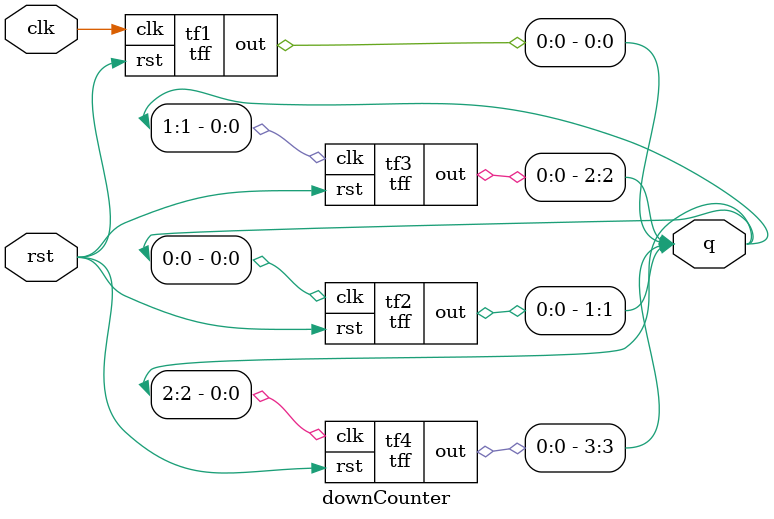
<source format=v>
`timescale 1ns / 1ps
module tff(clk,rst,out);
	input clk,rst;
	output reg out;
	always@(posedge clk or posedge rst) begin
		if(rst) begin
			out <= 1'b1;
		end
		else begin
			out <= ~out;
		end
	end
endmodule
//4-bit Asynchronous Down Counter
module downCounter(rst,clk,q);
	input rst,clk;
	output [3:0]q;
	tff tf1(.clk(clk),.rst(rst),.out(q[0]));
	tff tf2(.clk(q[0]),.rst(rst),.out(q[1]));
	tff tf3(.clk(q[1]),.rst(rst),.out(q[2]));
	tff tf4(.clk(q[2]),.rst(rst),.out(q[3]));
endmodule



</source>
